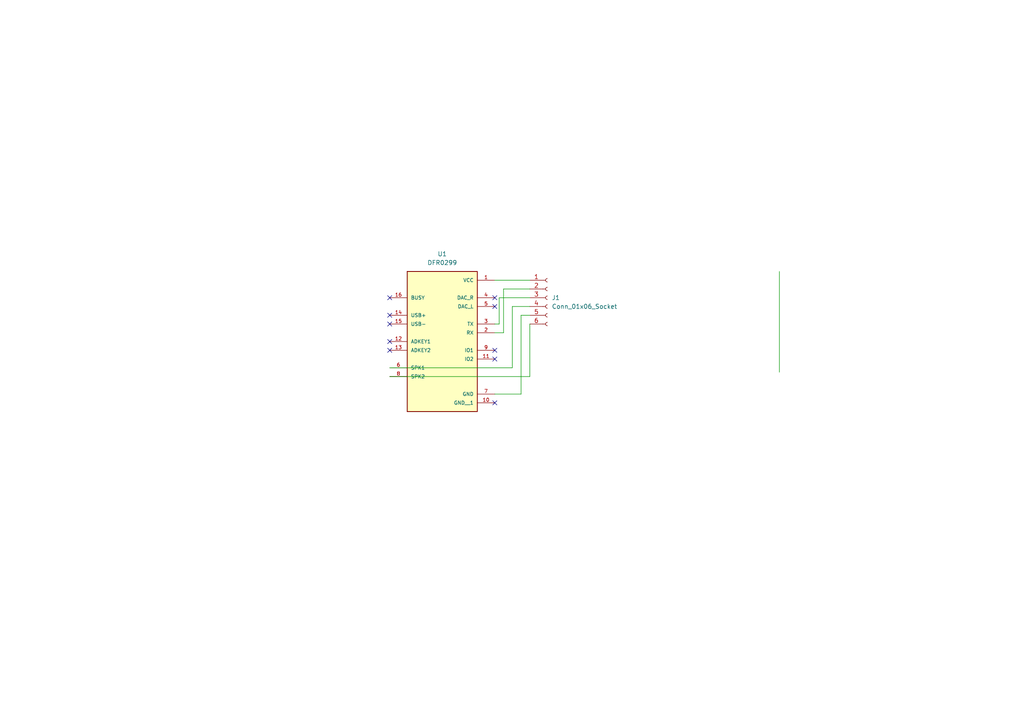
<source format=kicad_sch>
(kicad_sch (version 20231120) (generator "eeschema") (generator_version "8.0")
  (paper "A4")
  (lib_symbols
    (symbol "Connector:Conn_01x06_Socket" (pin_names (offset 1.016) hide)
      (property "Reference" "J" (at 0 7.62 0))
      (property "Value" "Conn_01x06_Socket" (at 0 -10.16 0))
      (symbol "Conn_01x06_Socket_1_1"
        (arc (start 0 -7.112) (mid -0.5058 -7.62) (end 0 -8.128) (stroke (width 0.1524)))
        (arc (start 0 -4.572) (mid -0.5058 -5.08) (end 0 -5.588) (stroke (width 0.1524)))
        (arc (start 0 -2.032) (mid -0.5058 -2.54) (end 0 -3.048) (stroke (width 0.1524)))
        (polyline (pts (xy -1.27 -7.62) (xy -0.508 -7.62)) (stroke (width 0.1524)))
        (polyline (pts (xy -1.27 -5.08) (xy -0.508 -5.08)) (stroke (width 0.1524)))
        (polyline (pts (xy -1.27 -2.54) (xy -0.508 -2.54)) (stroke (width 0.1524)))
        (polyline (pts (xy -1.27 0) (xy -0.508 0)) (stroke (width 0.1524)))
        (polyline (pts (xy -1.27 2.54) (xy -0.508 2.54)) (stroke (width 0.1524)))
        (polyline (pts (xy -1.27 5.08) (xy -0.508 5.08)) (stroke (width 0.1524)))
        (arc (start 0 0.508) (mid -0.5058 0) (end 0 -0.508) (stroke (width 0.1524)))
        (arc (start 0 3.048) (mid -0.5058 2.54) (end 0 2.032) (stroke (width 0.1524)))
        (arc (start 0 5.588) (mid -0.5058 5.08) (end 0 4.572) (stroke (width 0.1524)))
        (pin passive line (at -5.08 5.08 0) (length 3.81) (name "Pin_1") (number "1"))
        (pin passive line (at -5.08 2.54 0) (length 3.81) (name "Pin_2") (number "2"))
        (pin passive line (at -5.08 0 0) (length 3.81) (name "Pin_3") (number "3"))
        (pin passive line (at -5.08 -2.54 0) (length 3.81) (name "Pin_4") (number "4"))
        (pin passive line (at -5.08 -5.08 0) (length 3.81) (name "Pin_5") (number "5"))
        (pin passive line (at -5.08 -7.62 0) (length 3.81) (name "Pin_6") (number "6"))
      )
    )
    (symbol "DFR0299:DFR0299" (pin_names (offset 1.016))
      (property "Reference" "U" (at -10.16 18.542 0))
      (property "Value" "DFR0299" (at -10.16 -25.4 0))
      (symbol "DFR0299_0_0"
        (rectangle (start -10.16 -22.86) (end 10.16 17.78) (stroke (width 0.254)) (fill (type background)))
        (pin power_in line (at 15.24 15.24 180) (length 5.08) (name "VCC") (number "1"))
        (pin power_in line (at 15.24 -20.32 180) (length 5.08) (name "GND__1") (number "10"))
        (pin bidirectional line (at 15.24 -7.62 180) (length 5.08) (name "IO2") (number "11"))
        (pin input line (at -15.24 -2.54 0) (length 5.08) (name "ADKEY1") (number "12"))
        (pin input line (at -15.24 -5.08 0) (length 5.08) (name "ADKEY2") (number "13"))
        (pin input line (at -15.24 5.08 0) (length 5.08) (name "USB+") (number "14"))
        (pin input line (at -15.24 2.54 0) (length 5.08) (name "USB-") (number "15"))
        (pin input line (at -15.24 10.16 0) (length 5.08) (name "BUSY") (number "16"))
        (pin input line (at 15.24 0 180) (length 5.08) (name "RX") (number "2"))
        (pin output line (at 15.24 2.54 180) (length 5.08) (name "TX") (number "3"))
        (pin output line (at 15.24 10.16 180) (length 5.08) (name "DAC_R") (number "4"))
        (pin output line (at 15.24 7.62 180) (length 5.08) (name "DAC_L") (number "5"))
        (pin passive line (at -15.24 -10.16 0) (length 5.08) (name "SPK1") (number "6"))
        (pin power_in line (at 15.24 -17.78 180) (length 5.08) (name "GND") (number "7"))
        (pin passive line (at -15.24 -12.7 0) (length 5.08) (name "SPK2") (number "8"))
        (pin bidirectional line (at 15.24 -5.08 180) (length 5.08) (name "IO1") (number "9"))
      )
    )
  )
  (no_connect (at 113.03 99.06))
  (no_connect (at 143.51 116.84))
  (no_connect (at 143.51 86.36))
  (no_connect (at 113.03 91.44))
  (no_connect (at 113.03 86.36))
  (no_connect (at 113.03 101.6))
  (no_connect (at 143.51 104.14))
  (no_connect (at 143.51 101.6))
  (no_connect (at 113.03 93.98))
  (no_connect (at 143.51 88.9))
  (wire (pts (xy 146.05 83.82) (xy 146.05 96.52)))
  (wire (pts (xy 143.51 81.28) (xy 153.67 81.28)))
  (wire (pts (xy 144.78 93.98) (xy 143.51 93.98)))
  (wire (pts (xy 143.51 96.52) (xy 146.05 96.52)))
  (wire (pts (xy 144.78 86.36) (xy 144.78 93.98)))
  (wire (pts (xy 113.03 106.68) (xy 148.59 106.68)))
  (wire (pts (xy 146.05 83.82) (xy 153.67 83.82)))
  (wire (pts (xy 153.67 109.22) (xy 153.67 93.98)))
  (wire (pts (xy 148.59 88.9) (xy 153.67 88.9)))
  (wire (pts (xy 148.59 88.9) (xy 148.59 106.68)))
  (wire (pts (xy 151.13 91.44) (xy 153.67 91.44)))
  (wire (pts (xy 113.03 109.22) (xy 153.67 109.22)))
  (wire (pts (xy 144.78 86.36) (xy 153.67 86.36)))
  (wire (pts (xy 226.06 78.74) (xy 226.06 107.95)))
  (wire (pts (xy 151.13 114.3) (xy 143.51 114.3)))
  (wire (pts (xy 151.13 114.3) (xy 151.13 91.44)))
  (symbol (lib_id "Connector:Conn_01x06_Socket") (at 158.75 86.36 0) (unit 1)
    (property "Reference" "J1" (at 160.02 86.3599 0) (effects (justify left)))
    (property "Value" "Conn_01x06_Socket" (at 160.02 88.8999 0) (effects (justify left)))
    (property "Footprint" "Connector_PinSocket_2.54mm:PinSocket_1x06_P2.54mm_Vertical" (effects (hide yes)))
    (property "Description" "Generic connector, single row, 01x06, script generated" (effects (hide yes)))
  )
  (symbol (lib_id "DFR0299:DFR0299") (at 128.27 96.52 0) (unit 1)
    (property "Reference" "U1" (at 128.27 73.66 0))
    (property "Value" "DFR0299" (at 128.27 76.2 0))
    (property "Footprint" "DFR0299:DFR0299" (effects (hide yes)))
    (property "MF" "DFRobot" (effects (hide yes)))
    (property "DESCRIPTION" "Dfplayer - a Mini Mp3 Player" (effects (hide yes)))
    (property "PACKAGE" "None" (effects (hide yes)))
    (property "PRICE" "None" (effects (hide yes)))
    (property "MP" "DFR0299" (effects (hide yes)))
    (property "AVAILABILITY" "Unavailable" (effects (hide yes)))
  )
)
</source>
